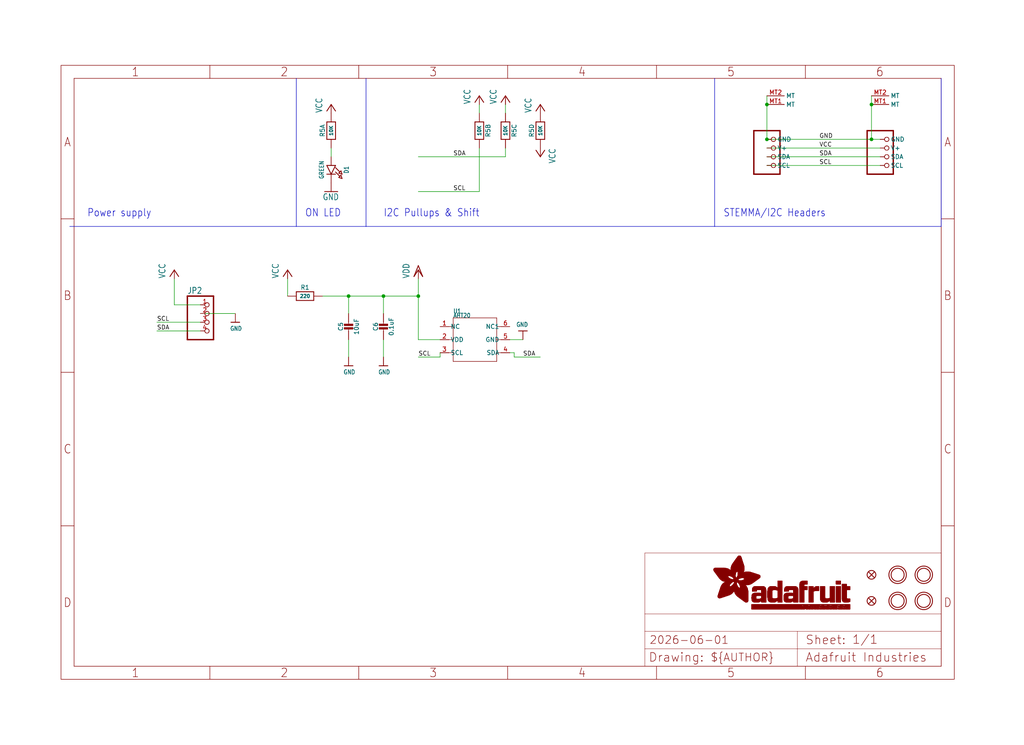
<source format=kicad_sch>
(kicad_sch (version 20230121) (generator eeschema)
  (paper "User" 298.45 217.322)
  (lib_symbols
    (symbol "working-eagle-import:CAP_CERAMIC0603_NO"
      (property "Reference" "C" (at -2.29 1.25 90))
      (symbol "CAP_CERAMIC0603_NO_1_0"
        (pin passive line (at 0 5.08 270) (length 2.54) (name "1") (number "1"))
        (pin passive line (at 0 -2.54 90) (length 2.54) (name "2") (number "2"))
      )
    )
    (symbol "working-eagle-import:CAP_CERAMIC0805-NOOUTLINE"
      (property "Reference" "C" (at -2.29 1.25 90))
      (symbol "CAP_CERAMIC0805-NOOUTLINE_1_0"
        (pin passive line (at 0 5.08 270) (length 2.54) (name "1") (number "1"))
        (pin passive line (at 0 -2.54 90) (length 2.54) (name "2") (number "2"))
      )
    )
    (symbol "working-eagle-import:FIDUCIAL_1MM")
    (symbol "working-eagle-import:FRAME_A4_ADAFRUIT"
      (symbol "FRAME_A4_ADAFRUIT_1_0"
        (text "${#}/${##}" (at 230.505 10.16 0) (effects (font (size 2.54 2.54)) (justify left bottom)))
        (text "${AUTHOR}" (at 189.23 5.08 0) (effects (font (size 2.286 2.286)) (justify left bottom)))
        (text "${CURRENT_DATE}" (at 171.45 10.16 0) (effects (font (size 2.286 2.286)) (justify left bottom)))
        (text "${PROJECTNAME}" (at 171.45 15.24 0) (effects (font (size 2.54 2.54)) (justify left bottom)))
        (text "1" (at 21.6958 1.905 0) (effects (font (size 2.54 2.286))))
        (text "1" (at 21.6958 177.165 0) (effects (font (size 2.54 2.286))))
        (text "2" (at 65.0875 1.905 0) (effects (font (size 2.54 2.286))))
        (text "2" (at 65.0875 177.165 0) (effects (font (size 2.54 2.286))))
        (text "3" (at 108.4792 1.905 0) (effects (font (size 2.54 2.286))))
        (text "3" (at 108.4792 177.165 0) (effects (font (size 2.54 2.286))))
        (text "4" (at 151.8708 1.905 0) (effects (font (size 2.54 2.286))))
        (text "4" (at 151.8708 177.165 0) (effects (font (size 2.54 2.286))))
        (text "5" (at 195.2625 1.905 0) (effects (font (size 2.54 2.286))))
        (text "5" (at 195.2625 177.165 0) (effects (font (size 2.54 2.286))))
        (text "6" (at 238.6542 1.905 0) (effects (font (size 2.54 2.286))))
        (text "6" (at 238.6542 177.165 0) (effects (font (size 2.54 2.286))))
        (text "A" (at 1.905 156.6863 0) (effects (font (size 2.54 2.286))))
        (text "A" (at 258.445 156.6863 0) (effects (font (size 2.54 2.286))))
        (text "Adafruit Industries" (at 216.916 4.953 0) (effects (font (size 2.54 2.54)) (justify left bottom)))
        (text "B" (at 1.905 111.9188 0) (effects (font (size 2.54 2.286))))
        (text "B" (at 258.445 111.9188 0) (effects (font (size 2.54 2.286))))
        (text "C" (at 1.905 67.1513 0) (effects (font (size 2.54 2.286))))
        (text "C" (at 258.445 67.1513 0) (effects (font (size 2.54 2.286))))
        (text "D" (at 1.905 22.3838 0) (effects (font (size 2.54 2.286))))
        (text "D" (at 258.445 22.3838 0) (effects (font (size 2.54 2.286))))
        (text "Drawing:" (at 171.196 4.953 0) (effects (font (size 2.54 2.54)) (justify left bottom)))
        (text "Sheet:" (at 216.916 10.033 0) (effects (font (size 2.54 2.54)) (justify left bottom)))
      )
    )
    (symbol "working-eagle-import:GND" (power)
      (property "Value" "GND" (at -1.524 -2.54 0))
      (symbol "GND_1_0"
        (pin power_in line (at 0 2.54 270) (length 2.54) (name "GND") (number "1"))
      )
    )
    (symbol "working-eagle-import:HEADER-1X476MIL"
      (property "Reference" "JP" (at -6.35 8.255 0))
      (symbol "HEADER-1X476MIL_1_0"
        (pin passive inverted (at -2.54 5.08 0) (length 2.54) (name "1") (number "1"))
        (pin passive inverted (at -2.54 2.54 0) (length 2.54) (name "2") (number "2"))
        (pin passive inverted (at -2.54 0 0) (length 2.54) (name "3") (number "3"))
        (pin passive inverted (at -2.54 -2.54 0) (length 2.54) (name "4") (number "4"))
      )
    )
    (symbol "working-eagle-import:LED0603_NOOUTLINE"
      (property "Reference" "D" (at -1.27 4.445 0))
      (symbol "LED0603_NOOUTLINE_1_0"
        (pin passive line (at -5.08 0 0) (length 2.54) (name "A") (number "A"))
        (pin passive line (at 2.54 0 180) (length 2.54) (name "C") (number "C"))
      )
    )
    (symbol "working-eagle-import:MOUNTINGHOLE2.5")
    (symbol "working-eagle-import:RESISTOR_0603_NOOUT"
      (property "Reference" "R" (at 0 2.54 0))
      (symbol "RESISTOR_0603_NOOUT_1_0"
        (pin passive line (at -5.08 0 0) (length 2.54) (name "1") (number "1"))
        (pin passive line (at 5.08 0 180) (length 2.54) (name "2") (number "2"))
      )
    )
    (symbol "working-eagle-import:RESISTOR_4PACK"
      (property "Reference" "R" (at 0 2.54 0))
      (symbol "RESISTOR_4PACK_1_0"
        (pin passive line (at -5.08 0 0) (length 2.54) (name "1") (number "1"))
        (pin passive line (at 5.08 0 180) (length 2.54) (name "2") (number "8"))
      )
      (symbol "RESISTOR_4PACK_2_0"
        (pin passive line (at -5.08 0 0) (length 2.54) (name "1") (number "2"))
        (pin passive line (at 5.08 0 180) (length 2.54) (name "2") (number "7"))
      )
      (symbol "RESISTOR_4PACK_3_0"
        (pin passive line (at -5.08 0 0) (length 2.54) (name "1") (number "3"))
        (pin passive line (at 5.08 0 180) (length 2.54) (name "2") (number "6"))
      )
      (symbol "RESISTOR_4PACK_4_0"
        (pin passive line (at -5.08 0 0) (length 2.54) (name "1") (number "4"))
        (pin passive line (at 5.08 0 180) (length 2.54) (name "2") (number "5"))
      )
    )
    (symbol "working-eagle-import:SENSOR-AHT20"
      (property "Reference" "U" (at -6.35 7.62 0))
      (symbol "SENSOR-AHT20_1_0"
        (pin bidirectional line (at -10.16 3.81 0) (length 2.54) (name "NC") (number "1"))
        (pin bidirectional line (at -10.16 0 0) (length 2.54) (name "VDD") (number "2"))
        (pin bidirectional line (at -10.16 -3.81 0) (length 2.54) (name "SCL") (number "3"))
        (pin bidirectional line (at 10.16 -3.81 180) (length 2.54) (name "SDA") (number "4"))
        (pin bidirectional line (at 10.16 0 180) (length 2.54) (name "GND") (number "5"))
        (pin bidirectional line (at 10.16 3.81 180) (length 2.54) (name "NC1") (number "6"))
      )
    )
    (symbol "working-eagle-import:STEMMA_I2C_QT"
      (symbol "STEMMA_I2C_QT_1_0"
        (pin passive inverted (at 0 5.08 0) (length 2.54) (name "GND") (number "1"))
        (pin passive inverted (at 0 2.54 0) (length 2.54) (name "V+") (number "2"))
        (pin passive inverted (at 0 0 0) (length 2.54) (name "SDA") (number "3"))
        (pin passive inverted (at 0 -2.54 0) (length 2.54) (name "SCL") (number "4"))
      )
      (symbol "STEMMA_I2C_QT_2_0"
        (pin bidirectional line (at 0 0 0) (length 5.08) (name "MT") (number "MT1"))
      )
      (symbol "STEMMA_I2C_QT_3_0"
        (pin bidirectional line (at 0 0 0) (length 5.08) (name "MT") (number "MT2"))
      )
    )
    (symbol "working-eagle-import:VCC" (power)
      (property "Value" "VCC" (at -2.54 -2.54 90))
      (symbol "VCC_1_0"
        (pin power_in line (at 0 -2.54 90) (length 2.54) (name "VCC") (number "1"))
      )
    )
    (symbol "working-eagle-import:VDD" (power)
      (property "Value" "VDD" (at -2.54 -2.54 90))
      (symbol "VDD_1_0"
        (pin power_in line (at 0 -2.54 90) (length 2.54) (name "VDD") (number "1"))
      )
    )
    (symbol "working-eagle-import:supply1_GND" (power)
      (property "Value" "supply1_GND" (at -2.54 -2.54 0))
      (symbol "supply1_GND_1_0"
        (pin power_in line (at 0 2.54 270) (length 2.54) (name "GND") (number "1"))
      )
    )
  )
  (junction (at 111.76 86.36))
  (junction (at 121.92 86.36))
  (junction (at 254 40.64))
  (junction (at 223.52 40.64))
  (junction (at 223.52 30.48))
  (junction (at 101.6 86.36))
  (junction (at 254 30.48))
  (wire (pts (xy 223.52 43.18) (xy 256.54 43.18)) (stroke (width 0.1524)))
  (wire (pts (xy 139.7 43.18) (xy 139.7 55.88)) (stroke (width 0.1524)))
  (wire (pts (xy 223.52 48.26) (xy 256.54 48.26)) (stroke (width 0.1524)))
  (polyline (pts (xy 86.36 66.04) (xy 106.68 66.04)) (stroke (width 0.1524) (type solid)))
  (wire (pts (xy 254 30.48) (xy 254 40.64)) (stroke (width 0.1524)))
  (wire (pts (xy 149.86 102.87) (xy 149.86 104.14)) (stroke (width 0.1524)))
  (wire (pts (xy 93.98 86.36) (xy 101.6 86.36)) (stroke (width 0.1524)))
  (wire (pts (xy 50.8 88.9) (xy 50.8 81.28)) (stroke (width 0.1524)))
  (wire (pts (xy 147.32 43.18) (xy 147.32 45.72)) (stroke (width 0.1524)))
  (wire (pts (xy 83.82 81.28) (xy 83.82 86.36)) (stroke (width 0.1524)))
  (wire (pts (xy 121.92 86.36) (xy 121.92 99.06)) (stroke (width 0.1524)))
  (polyline (pts (xy 20.32 66.04) (xy 86.36 66.04)) (stroke (width 0.1524) (type solid)))
  (wire (pts (xy 101.6 86.36) (xy 101.6 91.44)) (stroke (width 0.1524)))
  (wire (pts (xy 256.54 40.64) (xy 254 40.64)) (stroke (width 0.1524)))
  (wire (pts (xy 149.86 104.14) (xy 157.48 104.14)) (stroke (width 0.1524)))
  (polyline (pts (xy 106.68 22.86) (xy 106.68 66.04)) (stroke (width 0.1524) (type solid)))
  (wire (pts (xy 128.27 104.14) (xy 121.92 104.14)) (stroke (width 0.1524)))
  (polyline (pts (xy 274.32 22.86) (xy 274.32 66.04)) (stroke (width 0.1524) (type solid)))
  (wire (pts (xy 147.32 33.02) (xy 147.32 30.48)) (stroke (width 0.1524)))
  (wire (pts (xy 254 27.94) (xy 254 30.48)) (stroke (width 0.1524)))
  (wire (pts (xy 58.42 93.98) (xy 45.72 93.98)) (stroke (width 0.1524)))
  (polyline (pts (xy 208.28 66.04) (xy 274.32 66.04)) (stroke (width 0.1524) (type solid)))
  (wire (pts (xy 139.7 30.48) (xy 139.7 33.02)) (stroke (width 0.1524)))
  (wire (pts (xy 148.59 99.06) (xy 152.4 99.06)) (stroke (width 0.1524)))
  (wire (pts (xy 147.32 45.72) (xy 121.92 45.72)) (stroke (width 0.1524)))
  (polyline (pts (xy 86.36 22.86) (xy 86.36 66.04)) (stroke (width 0.1524) (type solid)))
  (wire (pts (xy 58.42 96.52) (xy 45.72 96.52)) (stroke (width 0.1524)))
  (wire (pts (xy 58.42 91.44) (xy 68.58 91.44)) (stroke (width 0.1524)))
  (wire (pts (xy 121.92 99.06) (xy 128.27 99.06)) (stroke (width 0.1524)))
  (wire (pts (xy 254 40.64) (xy 223.52 40.64)) (stroke (width 0.1524)))
  (wire (pts (xy 96.52 45.72) (xy 96.52 43.18)) (stroke (width 0.1524)))
  (wire (pts (xy 111.76 86.36) (xy 111.76 91.44)) (stroke (width 0.1524)))
  (wire (pts (xy 101.6 86.36) (xy 111.76 86.36)) (stroke (width 0.1524)))
  (wire (pts (xy 121.92 81.28) (xy 121.92 86.36)) (stroke (width 0.1524)))
  (wire (pts (xy 58.42 88.9) (xy 50.8 88.9)) (stroke (width 0.1524)))
  (wire (pts (xy 101.6 99.06) (xy 101.6 104.14)) (stroke (width 0.1524)))
  (polyline (pts (xy 106.68 66.04) (xy 208.28 66.04)) (stroke (width 0.1524) (type solid)))
  (wire (pts (xy 111.76 86.36) (xy 121.92 86.36)) (stroke (width 0.1524)))
  (wire (pts (xy 148.59 102.87) (xy 149.86 102.87)) (stroke (width 0.1524)))
  (wire (pts (xy 111.76 99.06) (xy 111.76 104.14)) (stroke (width 0.1524)))
  (wire (pts (xy 223.52 30.48) (xy 223.52 40.64)) (stroke (width 0.1524)))
  (polyline (pts (xy 208.28 22.86) (xy 208.28 66.04)) (stroke (width 0.1524) (type solid)))
  (wire (pts (xy 256.54 45.72) (xy 223.52 45.72)) (stroke (width 0.1524)))
  (wire (pts (xy 139.7 55.88) (xy 121.92 55.88)) (stroke (width 0.1524)))
  (wire (pts (xy 128.27 102.87) (xy 128.27 104.14)) (stroke (width 0.1524)))
  (wire (pts (xy 223.52 27.94) (xy 223.52 30.48)) (stroke (width 0.1524)))
  (text "ON LED" (at 88.9 63.5 0) (effects (font (size 2.1844 1.8567)) (justify left bottom)))
  (text "Power supply" (at 25.4 63.5 0) (effects (font (size 2.1844 1.8567)) (justify left bottom)))
  (text "STEMMA/I2C Headers" (at 210.82 63.5 0) (effects (font (size 2.1844 1.8567)) (justify left bottom)))
  (text "I2C Pullups & Shift" (at 111.76 63.5 0) (effects (font (size 2.1844 1.8567)) (justify left bottom)))
  (label "SCL" (at 132.08 55.88 0) (effects (font (size 1.2446 1.2446))))
  (label "SDA" (at 132.08 45.72 0) (effects (font (size 1.2446 1.2446))))
  (label "SCL" (at 45.72 93.98 0) (effects (font (size 1.2446 1.2446))))
  (label "SCL" (at 238.76 48.26 0) (effects (font (size 1.2446 1.2446))))
  (label "GND" (at 238.76 40.64 0) (effects (font (size 1.2446 1.2446))))
  (label "SDA" (at 45.72 96.52 0) (effects (font (size 1.2446 1.2446))))
  (label "VCC" (at 238.76 43.18 0) (effects (font (size 1.2446 1.2446))))
  (label "SDA" (at 152.4 104.14 0) (effects (font (size 1.2446 1.2446))))
  (label "SCL" (at 121.92 104.14 0) (effects (font (size 1.2446 1.2446))))
  (label "SDA" (at 238.76 45.72 0) (effects (font (size 1.2446 1.2446))))
  (symbol (lib_id "working-eagle-import:STEMMA_I2C_QT") (at 254 30.48 0) (unit 2)
    (property "Reference" "CONN4" (effects hide))
    (property "Value" "STEMMA_I2C_QT" (effects hide))
    (property "Footprint" "working:JST_SH4" (effects hide))
  )
  (symbol (lib_id "working-eagle-import:MOUNTINGHOLE2.5") (at 261.62 167.64 0) (unit 1)
    (property "Reference" "U$20" (effects hide))
    (property "Value" "MOUNTINGHOLE2.5" (effects hide))
    (property "Footprint" "working:MOUNTINGHOLE_2.5_PLATED" (effects hide))
  )
  (symbol (lib_id "working-eagle-import:GND") (at 111.76 106.68 0) (unit 1)
    (property "Reference" "#U$12" (effects hide))
    (property "Value" "GND" (at 110.236 109.22 0) (effects (font (size 1.27 1.0795)) (justify left bottom)))
  )
  (symbol (lib_id "working-eagle-import:MOUNTINGHOLE2.5") (at 261.62 175.26 0) (unit 1)
    (property "Reference" "U$19" (effects hide))
    (property "Value" "MOUNTINGHOLE2.5" (effects hide))
    (property "Footprint" "working:MOUNTINGHOLE_2.5_PLATED" (effects hide))
  )
  (symbol (lib_id "working-eagle-import:GND") (at 152.4 96.52 180) (unit 1)
    (property "Reference" "#U$3" (effects hide))
    (property "Value" "GND" (at 153.924 93.98 0) (effects (font (size 1.27 1.0795)) (justify left bottom)))
  )
  (symbol (lib_id "working-eagle-import:STEMMA_I2C_QT") (at 223.52 30.48 0) (unit 2)
    (property "Reference" "CONN3" (effects hide))
    (property "Value" "STEMMA_I2C_QT" (effects hide))
    (property "Footprint" "working:JST_SH4" (effects hide))
  )
  (symbol (lib_id "working-eagle-import:supply1_GND") (at 96.52 55.88 0) (unit 1)
    (property "Reference" "#GND6" (effects hide))
    (property "Value" "GND" (at 93.98 58.42 0) (effects (font (size 1.778 1.5113)) (justify left bottom)))
  )
  (symbol (lib_id "working-eagle-import:VCC") (at 157.48 45.72 180) (unit 1)
    (property "Reference" "#P+9" (effects hide))
    (property "Value" "VCC" (at 160.02 43.18 90) (effects (font (size 1.778 1.5113)) (justify left bottom)))
  )
  (symbol (lib_id "working-eagle-import:RESISTOR_4PACK") (at 147.32 38.1 270) (unit 3)
    (property "Reference" "R5" (at 149.86 38.1 0))
    (property "Value" "10K" (at 147.32 38.1 0) (effects (font (size 1.016 1.016) bold)))
    (property "Footprint" "working:RESPACK_4X0603" (effects hide))
  )
  (symbol (lib_id "working-eagle-import:MOUNTINGHOLE2.5") (at 269.24 175.26 0) (unit 1)
    (property "Reference" "U$25" (effects hide))
    (property "Value" "MOUNTINGHOLE2.5" (effects hide))
    (property "Footprint" "working:MOUNTINGHOLE_2.5_PLATED" (effects hide))
  )
  (symbol (lib_id "working-eagle-import:GND") (at 68.58 93.98 0) (unit 1)
    (property "Reference" "#U$14" (effects hide))
    (property "Value" "GND" (at 67.056 96.52 0) (effects (font (size 1.27 1.0795)) (justify left bottom)))
  )
  (symbol (lib_id "working-eagle-import:MOUNTINGHOLE2.5") (at 269.24 167.64 0) (unit 1)
    (property "Reference" "U$22" (effects hide))
    (property "Value" "MOUNTINGHOLE2.5" (effects hide))
    (property "Footprint" "working:MOUNTINGHOLE_2.5_PLATED" (effects hide))
  )
  (symbol (lib_id "working-eagle-import:LED0603_NOOUTLINE") (at 96.52 50.8 270) (unit 1)
    (property "Reference" "D1" (at 100.965 49.53 0) (effects (font (size 1.27 1.0795))))
    (property "Value" "GREEN" (at 93.726 49.53 0) (effects (font (size 1.27 1.0795))))
    (property "Footprint" "working:CHIPLED_0603_NOOUTLINE" (effects hide))
  )
  (symbol (lib_id "working-eagle-import:STEMMA_I2C_QT") (at 256.54 45.72 0) (unit 1)
    (property "Reference" "CONN4" (effects hide))
    (property "Value" "STEMMA_I2C_QT" (effects hide))
    (property "Footprint" "working:JST_SH4" (effects hide))
  )
  (symbol (lib_id "working-eagle-import:RESISTOR_0603_NOOUT") (at 88.9 86.36 0) (unit 1)
    (property "Reference" "R1" (at 88.9 83.82 0))
    (property "Value" "220" (at 88.9 86.36 0) (effects (font (size 1.016 1.016) bold)))
    (property "Footprint" "working:0603-NO" (effects hide))
  )
  (symbol (lib_id "working-eagle-import:FRAME_A4_ADAFRUIT") (at 17.78 198.12 0) (unit 1)
    (property "Reference" "#U$21" (effects hide))
    (property "Value" "FRAME_A4_ADAFRUIT" (effects hide))
  )
  (symbol (lib_id "working-eagle-import:RESISTOR_4PACK") (at 139.7 38.1 270) (unit 2)
    (property "Reference" "R5" (at 142.24 38.1 0))
    (property "Value" "10K" (at 139.7 38.1 0) (effects (font (size 1.016 1.016) bold)))
    (property "Footprint" "working:RESPACK_4X0603" (effects hide))
  )
  (symbol (lib_id "working-eagle-import:SENSOR-AHT20") (at 138.43 99.06 0) (unit 1)
    (property "Reference" "U1" (at 132.08 91.44 0) (effects (font (size 1.27 1.0795)) (justify left bottom)))
    (property "Value" "AHT20" (at 132.08 92.71 0) (effects (font (size 1.27 1.0795)) (justify left bottom)))
    (property "Footprint" "working:SNR6-1.0-3X3X1MM" (effects hide))
  )
  (symbol (lib_id "working-eagle-import:VCC") (at 83.82 78.74 0) (unit 1)
    (property "Reference" "#P+10" (effects hide))
    (property "Value" "VCC" (at 81.28 81.28 90) (effects (font (size 1.778 1.5113)) (justify left bottom)))
  )
  (symbol (lib_id "working-eagle-import:RESISTOR_4PACK") (at 96.52 38.1 90) (unit 1)
    (property "Reference" "R5" (at 93.98 38.1 0))
    (property "Value" "10K" (at 96.52 38.1 0) (effects (font (size 1.016 1.016) bold)))
    (property "Footprint" "working:RESPACK_4X0603" (effects hide))
  )
  (symbol (lib_id "working-eagle-import:FIDUCIAL_1MM") (at 254 175.26 0) (unit 1)
    (property "Reference" "FID3" (effects hide))
    (property "Value" "FIDUCIAL_1MM" (effects hide))
    (property "Footprint" "working:FIDUCIAL_1MM" (effects hide))
  )
  (symbol (lib_id "working-eagle-import:VCC") (at 157.48 30.48 0) (unit 1)
    (property "Reference" "#P+4" (effects hide))
    (property "Value" "VCC" (at 154.94 33.02 90) (effects (font (size 1.778 1.5113)) (justify left bottom)))
  )
  (symbol (lib_id "working-eagle-import:GND") (at 101.6 106.68 0) (unit 1)
    (property "Reference" "#U$11" (effects hide))
    (property "Value" "GND" (at 100.076 109.22 0) (effects (font (size 1.27 1.0795)) (justify left bottom)))
  )
  (symbol (lib_id "working-eagle-import:RESISTOR_4PACK") (at 157.48 38.1 90) (unit 4)
    (property "Reference" "R5" (at 154.94 38.1 0))
    (property "Value" "10K" (at 157.48 38.1 0) (effects (font (size 1.016 1.016) bold)))
    (property "Footprint" "working:RESPACK_4X0603" (effects hide))
  )
  (symbol (lib_id "working-eagle-import:CAP_CERAMIC0805-NOOUTLINE") (at 101.6 96.52 0) (unit 1)
    (property "Reference" "C5" (at 99.31 95.27 90))
    (property "Value" "10uF" (at 103.9 95.27 90))
    (property "Footprint" "working:0805-NO" (effects hide))
  )
  (symbol (lib_id "working-eagle-import:VDD") (at 121.92 78.74 0) (unit 1)
    (property "Reference" "#VDD1" (effects hide))
    (property "Value" "VDD" (at 119.38 81.28 90) (effects (font (size 1.778 1.5113)) (justify left bottom)))
  )
  (symbol (lib_id "working-eagle-import:VCC") (at 147.32 27.94 0) (unit 1)
    (property "Reference" "#P+6" (effects hide))
    (property "Value" "VCC" (at 144.78 30.48 90) (effects (font (size 1.778 1.5113)) (justify left bottom)))
  )
  (symbol (lib_id "working-eagle-import:STEMMA_I2C_QT") (at 223.52 45.72 0) (unit 1)
    (property "Reference" "CONN3" (effects hide))
    (property "Value" "STEMMA_I2C_QT" (effects hide))
    (property "Footprint" "working:JST_SH4" (effects hide))
  )
  (symbol (lib_id "working-eagle-import:VCC") (at 50.8 78.74 0) (unit 1)
    (property "Reference" "#P+8" (effects hide))
    (property "Value" "VCC" (at 48.26 81.28 90) (effects (font (size 1.778 1.5113)) (justify left bottom)))
  )
  (symbol (lib_id "working-eagle-import:STEMMA_I2C_QT") (at 254 27.94 0) (unit 3)
    (property "Reference" "CONN4" (effects hide))
    (property "Value" "STEMMA_I2C_QT" (effects hide))
    (property "Footprint" "working:JST_SH4" (effects hide))
  )
  (symbol (lib_id "working-eagle-import:VCC") (at 96.52 30.48 0) (unit 1)
    (property "Reference" "#P+2" (effects hide))
    (property "Value" "VCC" (at 93.98 33.02 90) (effects (font (size 1.778 1.5113)) (justify left bottom)))
  )
  (symbol (lib_id "working-eagle-import:VCC") (at 139.7 27.94 0) (unit 1)
    (property "Reference" "#P+5" (effects hide))
    (property "Value" "VCC" (at 137.16 30.48 90) (effects (font (size 1.778 1.5113)) (justify left bottom)))
  )
  (symbol (lib_id "working-eagle-import:FIDUCIAL_1MM") (at 254 167.64 0) (unit 1)
    (property "Reference" "FID4" (effects hide))
    (property "Value" "FIDUCIAL_1MM" (effects hide))
    (property "Footprint" "working:FIDUCIAL_1MM" (effects hide))
  )
  (symbol (lib_id "working-eagle-import:CAP_CERAMIC0603_NO") (at 111.76 96.52 0) (unit 1)
    (property "Reference" "C6" (at 109.47 95.27 90))
    (property "Value" "0.1uF" (at 114.06 95.27 90))
    (property "Footprint" "working:0603-NO" (effects hide))
  )
  (symbol (lib_id "working-eagle-import:HEADER-1X476MIL") (at 60.96 93.98 0) (unit 1)
    (property "Reference" "JP2" (at 54.61 85.725 0) (effects (font (size 1.778 1.5113)) (justify left bottom)))
    (property "Value" "HEADER-1X476MIL" (effects hide))
    (property "Footprint" "working:1X04_ROUND_76" (effects hide))
  )
  (symbol (lib_id "working-eagle-import:STEMMA_I2C_QT") (at 223.52 27.94 0) (unit 3)
    (property "Reference" "CONN3" (effects hide))
    (property "Value" "STEMMA_I2C_QT" (effects hide))
    (property "Footprint" "working:JST_SH4" (effects hide))
  )
)
</source>
